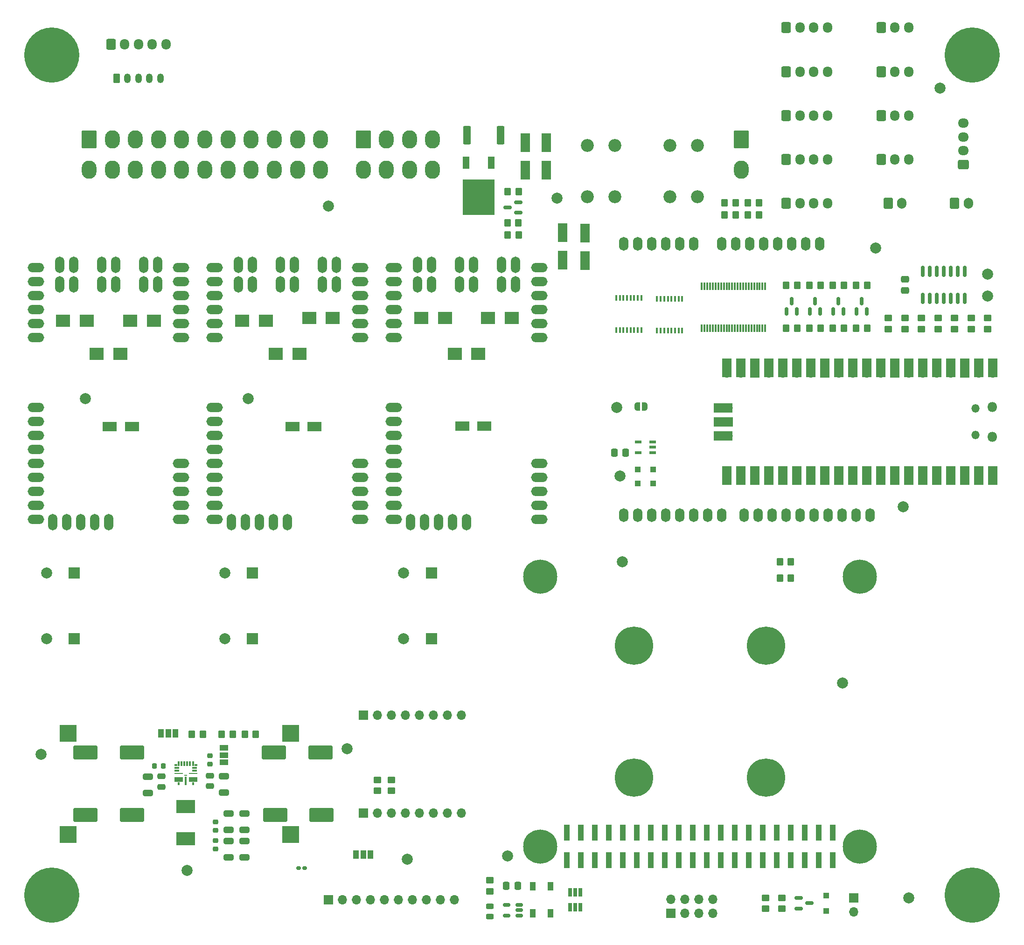
<source format=gbr>
%TF.GenerationSoftware,KiCad,Pcbnew,(6.0.1)*%
%TF.CreationDate,2022-04-07T02:12:59+02:00*%
%TF.ProjectId,OpenMowerMainboard,4f70656e-4d6f-4776-9572-4d61696e626f,rev?*%
%TF.SameCoordinates,Original*%
%TF.FileFunction,Soldermask,Top*%
%TF.FilePolarity,Negative*%
%FSLAX46Y46*%
G04 Gerber Fmt 4.6, Leading zero omitted, Abs format (unit mm)*
G04 Created by KiCad (PCBNEW (6.0.1)) date 2022-04-07 02:12:59*
%MOMM*%
%LPD*%
G01*
G04 APERTURE LIST*
G04 Aperture macros list*
%AMRoundRect*
0 Rectangle with rounded corners*
0 $1 Rounding radius*
0 $2 $3 $4 $5 $6 $7 $8 $9 X,Y pos of 4 corners*
0 Add a 4 corners polygon primitive as box body*
4,1,4,$2,$3,$4,$5,$6,$7,$8,$9,$2,$3,0*
0 Add four circle primitives for the rounded corners*
1,1,$1+$1,$2,$3*
1,1,$1+$1,$4,$5*
1,1,$1+$1,$6,$7*
1,1,$1+$1,$8,$9*
0 Add four rect primitives between the rounded corners*
20,1,$1+$1,$2,$3,$4,$5,0*
20,1,$1+$1,$4,$5,$6,$7,0*
20,1,$1+$1,$6,$7,$8,$9,0*
20,1,$1+$1,$8,$9,$2,$3,0*%
%AMFreePoly0*
4,1,22,0.500000,-0.750000,0.000000,-0.750000,0.000000,-0.745033,-0.079941,-0.743568,-0.215256,-0.701293,-0.333266,-0.622738,-0.424486,-0.514219,-0.481581,-0.384460,-0.499164,-0.250000,-0.500000,-0.250000,-0.500000,0.250000,-0.499164,0.250000,-0.499963,0.256109,-0.478152,0.396186,-0.417904,0.524511,-0.324060,0.630769,-0.204165,0.706417,-0.067858,0.745374,0.000000,0.744959,0.000000,0.750000,
0.500000,0.750000,0.500000,-0.750000,0.500000,-0.750000,$1*%
%AMFreePoly1*
4,1,20,0.000000,0.744959,0.073905,0.744508,0.209726,0.703889,0.328688,0.626782,0.421226,0.519385,0.479903,0.390333,0.500000,0.250000,0.500000,-0.250000,0.499851,-0.262216,0.476331,-0.402017,0.414519,-0.529596,0.319384,-0.634700,0.198574,-0.708877,0.061801,-0.746166,0.000000,-0.745033,0.000000,-0.750000,-0.500000,-0.750000,-0.500000,0.750000,0.000000,0.750000,0.000000,0.744959,
0.000000,0.744959,$1*%
G04 Aperture macros list end*
%ADD10RoundRect,0.250001X-1.099999X-1.399999X1.099999X-1.399999X1.099999X1.399999X-1.099999X1.399999X0*%
%ADD11O,2.700000X3.300000*%
%ADD12RoundRect,0.250000X-0.600000X-0.725000X0.600000X-0.725000X0.600000X0.725000X-0.600000X0.725000X0*%
%ADD13O,1.700000X1.950000*%
%ADD14RoundRect,0.249999X-0.350001X-0.625001X0.350001X-0.625001X0.350001X0.625001X-0.350001X0.625001X0*%
%ADD15O,1.200000X1.750000*%
%ADD16C,10.000000*%
%ADD17R,1.800000X3.500000*%
%ADD18C,2.000000*%
%ADD19O,3.000000X1.700000*%
%ADD20O,1.700000X3.000000*%
%ADD21R,0.400000X1.000000*%
%ADD22RoundRect,0.250000X-0.450000X0.350000X-0.450000X-0.350000X0.450000X-0.350000X0.450000X0.350000X0*%
%ADD23RoundRect,0.225000X-0.250000X0.225000X-0.250000X-0.225000X0.250000X-0.225000X0.250000X0.225000X0*%
%ADD24RoundRect,0.150000X-0.587500X-0.150000X0.587500X-0.150000X0.587500X0.150000X-0.587500X0.150000X0*%
%ADD25RoundRect,0.250000X0.350000X0.450000X-0.350000X0.450000X-0.350000X-0.450000X0.350000X-0.450000X0*%
%ADD26RoundRect,0.250000X-0.350000X-0.450000X0.350000X-0.450000X0.350000X0.450000X-0.350000X0.450000X0*%
%ADD27RoundRect,0.250000X-0.337500X-0.475000X0.337500X-0.475000X0.337500X0.475000X-0.337500X0.475000X0*%
%ADD28R,2.000000X2.000000*%
%ADD29RoundRect,0.243750X-0.456250X0.243750X-0.456250X-0.243750X0.456250X-0.243750X0.456250X0.243750X0*%
%ADD30C,6.950000*%
%ADD31RoundRect,0.150000X0.512500X0.150000X-0.512500X0.150000X-0.512500X-0.150000X0.512500X-0.150000X0*%
%ADD32RoundRect,0.250000X1.950000X1.000000X-1.950000X1.000000X-1.950000X-1.000000X1.950000X-1.000000X0*%
%ADD33C,2.350000*%
%ADD34RoundRect,0.250000X-1.950000X-1.000000X1.950000X-1.000000X1.950000X1.000000X-1.950000X1.000000X0*%
%ADD35RoundRect,0.250000X0.450000X-0.350000X0.450000X0.350000X-0.450000X0.350000X-0.450000X-0.350000X0*%
%ADD36R,1.000000X1.500000*%
%ADD37R,1.100000X1.100000*%
%ADD38R,1.700000X1.700000*%
%ADD39O,1.700000X1.700000*%
%ADD40RoundRect,0.225000X0.250000X-0.225000X0.250000X0.225000X-0.250000X0.225000X-0.250000X-0.225000X0*%
%ADD41RoundRect,0.250000X0.650000X-0.325000X0.650000X0.325000X-0.650000X0.325000X-0.650000X-0.325000X0*%
%ADD42R,2.500000X2.300000*%
%ADD43R,3.429000X2.413000*%
%ADD44R,2.500000X1.800000*%
%ADD45RoundRect,0.250000X-0.475000X0.337500X-0.475000X-0.337500X0.475000X-0.337500X0.475000X0.337500X0*%
%ADD46RoundRect,0.150000X0.150000X-0.587500X0.150000X0.587500X-0.150000X0.587500X-0.150000X-0.587500X0*%
%ADD47R,3.048000X3.048000*%
%ADD48C,6.200000*%
%ADD49R,1.000000X3.000000*%
%ADD50FreePoly0,180.000000*%
%ADD51FreePoly1,180.000000*%
%ADD52RoundRect,0.250000X-0.650000X0.325000X-0.650000X-0.325000X0.650000X-0.325000X0.650000X0.325000X0*%
%ADD53R,0.650000X1.560000*%
%ADD54RoundRect,0.250000X-0.600000X-0.750000X0.600000X-0.750000X0.600000X0.750000X-0.600000X0.750000X0*%
%ADD55O,1.700000X2.000000*%
%ADD56R,1.500000X1.000000*%
%ADD57R,0.300000X1.425000*%
%ADD58R,1.150000X0.600000*%
%ADD59RoundRect,0.225000X0.225000X0.250000X-0.225000X0.250000X-0.225000X-0.250000X0.225000X-0.250000X0*%
%ADD60RoundRect,0.250000X0.725000X-0.600000X0.725000X0.600000X-0.725000X0.600000X-0.725000X-0.600000X0*%
%ADD61O,1.950000X1.700000*%
%ADD62RoundRect,0.250000X-0.475000X0.250000X-0.475000X-0.250000X0.475000X-0.250000X0.475000X0.250000X0*%
%ADD63R,1.200000X2.200000*%
%ADD64R,5.800000X6.400000*%
%ADD65O,1.500000X1.500000*%
%ADD66O,1.800000X1.800000*%
%ADD67R,1.700000X3.500000*%
%ADD68R,3.500000X1.700000*%
%ADD69RoundRect,0.160000X0.222500X0.160000X-0.222500X0.160000X-0.222500X-0.160000X0.222500X-0.160000X0*%
%ADD70RoundRect,0.250000X0.337500X0.475000X-0.337500X0.475000X-0.337500X-0.475000X0.337500X-0.475000X0*%
%ADD71R,0.875000X0.300000*%
%ADD72R,1.525000X0.250000*%
%ADD73R,1.525000X0.950000*%
%ADD74R,0.450000X0.600000*%
%ADD75R,0.300000X1.650000*%
%ADD76R,0.450000X0.875000*%
%ADD77R,0.300000X0.875000*%
%ADD78R,0.500000X0.350000*%
%ADD79R,0.600000X0.250000*%
%ADD80RoundRect,0.249999X0.450001X1.425001X-0.450001X1.425001X-0.450001X-1.425001X0.450001X-1.425001X0*%
%ADD81RoundRect,0.150000X0.150000X-0.825000X0.150000X0.825000X-0.150000X0.825000X-0.150000X-0.825000X0*%
%ADD82O,1.727200X2.500000*%
%ADD83RoundRect,0.150000X0.587500X0.150000X-0.587500X0.150000X-0.587500X-0.150000X0.587500X-0.150000X0*%
G04 APERTURE END LIST*
D10*
X33250000Y-45250000D03*
D11*
X37450000Y-45250000D03*
X41650000Y-45250000D03*
X45850000Y-45250000D03*
X50050000Y-45250000D03*
X54250000Y-45250000D03*
X58450000Y-45250000D03*
X62650000Y-45250000D03*
X66850000Y-45250000D03*
X71050000Y-45250000D03*
X75250000Y-45250000D03*
X33250000Y-50750000D03*
X37450000Y-50750000D03*
X41650000Y-50750000D03*
X45850000Y-50750000D03*
X50050000Y-50750000D03*
X54250000Y-50750000D03*
X58450000Y-50750000D03*
X62650000Y-50750000D03*
X66850000Y-50750000D03*
X71050000Y-50750000D03*
X75250000Y-50750000D03*
D10*
X83000000Y-45250000D03*
D11*
X87200000Y-45250000D03*
X91400000Y-45250000D03*
X95600000Y-45250000D03*
X83000000Y-50750000D03*
X87200000Y-50750000D03*
X91400000Y-50750000D03*
X95600000Y-50750000D03*
D10*
X151600000Y-45250000D03*
D11*
X151600000Y-50750000D03*
D12*
X177000000Y-40935000D03*
D13*
X179500000Y-40935000D03*
X182000000Y-40935000D03*
D12*
X177000000Y-48902500D03*
D13*
X179500000Y-48902500D03*
X182000000Y-48902500D03*
D12*
X159750000Y-25000000D03*
D13*
X162250000Y-25000000D03*
X164750000Y-25000000D03*
X167250000Y-25000000D03*
D12*
X159750000Y-32967500D03*
D13*
X162250000Y-32967500D03*
X164750000Y-32967500D03*
X167250000Y-32967500D03*
D12*
X159750000Y-40935000D03*
D13*
X162250000Y-40935000D03*
X164750000Y-40935000D03*
X167250000Y-40935000D03*
D12*
X159750000Y-48902500D03*
D13*
X162250000Y-48902500D03*
X164750000Y-48902500D03*
X167250000Y-48902500D03*
D12*
X159750000Y-56870000D03*
D13*
X162250000Y-56870000D03*
X164750000Y-56870000D03*
X167250000Y-56870000D03*
D12*
X177000000Y-32967500D03*
D13*
X179500000Y-32967500D03*
X182000000Y-32967500D03*
D14*
X38200000Y-34200000D03*
D15*
X40200000Y-34200000D03*
X42200000Y-34200000D03*
X44200000Y-34200000D03*
X46200000Y-34200000D03*
D12*
X177000000Y-25000000D03*
D13*
X179500000Y-25000000D03*
X182000000Y-25000000D03*
D16*
X26500000Y-30000000D03*
X26500000Y-182500000D03*
X193500000Y-30000000D03*
X193500000Y-182500000D03*
D17*
X123250000Y-67300000D03*
X123250000Y-62300000D03*
D18*
X118200000Y-55950000D03*
D19*
X56060000Y-111775000D03*
X56060000Y-109235000D03*
X56060000Y-104155000D03*
X56060000Y-101615000D03*
X56060000Y-99075000D03*
X56060000Y-76215000D03*
X82460000Y-73675000D03*
X82460000Y-76215000D03*
X56060000Y-106695000D03*
X56060000Y-73675000D03*
X56060000Y-96535000D03*
D20*
X59100000Y-114815000D03*
X61640000Y-114815000D03*
X66720000Y-114815000D03*
X69260000Y-114815000D03*
D19*
X82460000Y-114315000D03*
X82460000Y-111775000D03*
X82460000Y-109235000D03*
X82460000Y-106695000D03*
X82460000Y-68595000D03*
D20*
X64180000Y-114815000D03*
D19*
X82460000Y-71135000D03*
X56060000Y-93995000D03*
X56060000Y-114315000D03*
X82460000Y-104155000D03*
X56060000Y-68595000D03*
X56060000Y-71135000D03*
D20*
X75610000Y-71635000D03*
X78150000Y-71635000D03*
X78150000Y-68095000D03*
X75610000Y-68095000D03*
X70530000Y-68095000D03*
X67990000Y-71635000D03*
X70530000Y-71635000D03*
X67990000Y-68095000D03*
D19*
X56060000Y-78755000D03*
X56060000Y-81295000D03*
X82460000Y-81295000D03*
X82460000Y-78755000D03*
D20*
X60370000Y-68095000D03*
X62910000Y-71635000D03*
X62910000Y-68095000D03*
X60370000Y-71635000D03*
D21*
X128925000Y-79900000D03*
X129575000Y-79900000D03*
X130225000Y-79900000D03*
X130875000Y-79900000D03*
X131525000Y-79900000D03*
X132175000Y-79900000D03*
X132825000Y-79900000D03*
X133475000Y-79900000D03*
X133475000Y-74100000D03*
X132825000Y-74100000D03*
X132175000Y-74100000D03*
X131525000Y-74100000D03*
X130875000Y-74100000D03*
X130225000Y-74100000D03*
X129575000Y-74100000D03*
X128925000Y-74100000D03*
D22*
X159000000Y-183000000D03*
X159000000Y-185000000D03*
D23*
X56200000Y-172625000D03*
X56200000Y-174175000D03*
D24*
X162062500Y-183050000D03*
X162062500Y-184950000D03*
X163937500Y-184000000D03*
D25*
X154800000Y-56800000D03*
X152800000Y-56800000D03*
D26*
X109220000Y-62650000D03*
X111220000Y-62650000D03*
D18*
X130000000Y-122000000D03*
D27*
X108962500Y-180800000D03*
X111037500Y-180800000D03*
D28*
X62849646Y-124000000D03*
D18*
X57849646Y-124000000D03*
D29*
X106000000Y-184522500D03*
X106000000Y-186397500D03*
D30*
X132100000Y-161200000D03*
D31*
X111307500Y-186220000D03*
X111307500Y-185270000D03*
X111307500Y-184320000D03*
X109032500Y-184320000D03*
X109032500Y-186220000D03*
D32*
X41000000Y-168000000D03*
X32600000Y-168000000D03*
D33*
X128675000Y-55700000D03*
X123675000Y-55700000D03*
X143675000Y-55700000D03*
X138675000Y-55700000D03*
D25*
X150600000Y-56800000D03*
X148600000Y-56800000D03*
D34*
X67000000Y-168000000D03*
X75400000Y-168000000D03*
D35*
X196320000Y-79720000D03*
X196320000Y-77720000D03*
D36*
X84300000Y-175200000D03*
X83000000Y-175200000D03*
X81700000Y-175200000D03*
D25*
X154800000Y-59000000D03*
X152800000Y-59000000D03*
D22*
X88090000Y-161600000D03*
X88090000Y-163600000D03*
D37*
X132800000Y-107800000D03*
X135600000Y-107800000D03*
D28*
X30517323Y-136000000D03*
D18*
X25517323Y-136000000D03*
D19*
X23560000Y-111775000D03*
X23560000Y-109235000D03*
X23560000Y-104155000D03*
X23560000Y-101615000D03*
X23560000Y-99075000D03*
X23560000Y-76215000D03*
X49960000Y-73675000D03*
X23560000Y-106695000D03*
X23560000Y-73675000D03*
X49960000Y-76215000D03*
X23560000Y-96535000D03*
D20*
X26600000Y-114815000D03*
X29140000Y-114815000D03*
X34220000Y-114815000D03*
X36760000Y-114815000D03*
D19*
X49960000Y-114315000D03*
X49960000Y-111775000D03*
X49960000Y-109235000D03*
X49960000Y-106695000D03*
D20*
X31680000Y-114815000D03*
D19*
X23560000Y-71135000D03*
X23560000Y-114315000D03*
X49960000Y-71135000D03*
X49960000Y-68595000D03*
X23560000Y-93995000D03*
X49960000Y-104155000D03*
X23560000Y-68595000D03*
D20*
X45650000Y-68095000D03*
X43110000Y-71635000D03*
X45650000Y-71635000D03*
X43110000Y-68095000D03*
X38030000Y-71635000D03*
X35490000Y-71635000D03*
X35490000Y-68095000D03*
X38030000Y-68095000D03*
D19*
X23560000Y-81295000D03*
X23560000Y-78755000D03*
X49960000Y-81295000D03*
X49960000Y-78755000D03*
D20*
X30410000Y-71635000D03*
X27870000Y-71635000D03*
X30410000Y-68095000D03*
X27870000Y-68095000D03*
D38*
X76650000Y-183350000D03*
D39*
X79190000Y-183350000D03*
X81730000Y-183350000D03*
X84270000Y-183350000D03*
X86810000Y-183350000D03*
X89350000Y-183350000D03*
X91890000Y-183350000D03*
X94430000Y-183350000D03*
X96970000Y-183350000D03*
X99510000Y-183350000D03*
D26*
X168216666Y-79600000D03*
X170216666Y-79600000D03*
D30*
X132100000Y-137200000D03*
D28*
X95349646Y-136000000D03*
D18*
X90349646Y-136000000D03*
X182000000Y-183000000D03*
D22*
X193320000Y-77720000D03*
X193320000Y-79720000D03*
D32*
X41000000Y-156600000D03*
X32600000Y-156600000D03*
D40*
X56200000Y-170775000D03*
X56200000Y-169225000D03*
D18*
X80100000Y-155950000D03*
D41*
X58600000Y-170675000D03*
X58600000Y-167725000D03*
D42*
X73175000Y-77750000D03*
X77475000Y-77750000D03*
D43*
X50800000Y-166479000D03*
X50800000Y-172321000D03*
D44*
X70150000Y-97400000D03*
X74150000Y-97400000D03*
D42*
X28545000Y-78250000D03*
X32845000Y-78250000D03*
D19*
X88560000Y-111775000D03*
X88560000Y-109235000D03*
X88560000Y-104155000D03*
X88560000Y-101615000D03*
X88560000Y-99075000D03*
X114960000Y-76215000D03*
X114960000Y-73675000D03*
X88560000Y-73675000D03*
X88560000Y-76215000D03*
X88560000Y-106695000D03*
X88560000Y-96535000D03*
D20*
X91600000Y-114815000D03*
X94140000Y-114815000D03*
X99220000Y-114815000D03*
X101760000Y-114815000D03*
D19*
X114960000Y-114315000D03*
X114960000Y-111775000D03*
X114960000Y-109235000D03*
X114960000Y-106695000D03*
X114960000Y-104155000D03*
X88560000Y-93995000D03*
X114960000Y-68595000D03*
D20*
X96680000Y-114815000D03*
D19*
X88560000Y-114315000D03*
X88560000Y-68595000D03*
X88560000Y-71135000D03*
X114960000Y-71135000D03*
D20*
X110650000Y-71635000D03*
X108110000Y-71635000D03*
X110650000Y-68095000D03*
X108110000Y-68095000D03*
X100490000Y-68095000D03*
X100490000Y-71635000D03*
X103030000Y-68095000D03*
X103030000Y-71635000D03*
D19*
X88560000Y-81295000D03*
X114960000Y-78755000D03*
X114960000Y-81295000D03*
X88560000Y-78755000D03*
D20*
X95410000Y-68095000D03*
X92870000Y-68095000D03*
X95410000Y-71635000D03*
X92870000Y-71635000D03*
D42*
X67100000Y-84250000D03*
X71400000Y-84250000D03*
D25*
X59300000Y-153300000D03*
X57300000Y-153300000D03*
D35*
X85550000Y-163600000D03*
X85550000Y-161600000D03*
D30*
X156100000Y-161200000D03*
D37*
X135600000Y-105200000D03*
X132800000Y-105200000D03*
D35*
X187320000Y-79720000D03*
X187320000Y-77720000D03*
D25*
X63500000Y-153300000D03*
X61500000Y-153300000D03*
D33*
X123675000Y-46350000D03*
X128675000Y-46350000D03*
X138675000Y-46350000D03*
X143675000Y-46350000D03*
D28*
X95349646Y-124000000D03*
D18*
X90349646Y-124000000D03*
D28*
X30517323Y-124000000D03*
D18*
X25517323Y-124000000D03*
D21*
X136325000Y-80000000D03*
X136975000Y-80000000D03*
X137625000Y-80000000D03*
X138275000Y-80000000D03*
X138925000Y-80000000D03*
X139575000Y-80000000D03*
X140225000Y-80000000D03*
X140875000Y-80000000D03*
X140875000Y-74200000D03*
X140225000Y-74200000D03*
X139575000Y-74200000D03*
X138925000Y-74200000D03*
X138275000Y-74200000D03*
X137625000Y-74200000D03*
X136975000Y-74200000D03*
X136325000Y-74200000D03*
D44*
X100950000Y-97350000D03*
X104950000Y-97350000D03*
D45*
X181320000Y-70682500D03*
X181320000Y-72757500D03*
D18*
X91000000Y-176000000D03*
X109200000Y-175400000D03*
D46*
X172499999Y-76537500D03*
X174399999Y-76537500D03*
X173449999Y-74662500D03*
D12*
X37200000Y-28000000D03*
D13*
X39700000Y-28000000D03*
X42200000Y-28000000D03*
X44700000Y-28000000D03*
X47200000Y-28000000D03*
D47*
X29450000Y-171524000D03*
X29450000Y-153124000D03*
X69850000Y-153124000D03*
X69850000Y-171524000D03*
D18*
X62100000Y-92400000D03*
D48*
X115100000Y-124700000D03*
D49*
X119970000Y-171180000D03*
X119970000Y-176220000D03*
X122510000Y-171180000D03*
X122510000Y-176220000D03*
X125050000Y-171180000D03*
X125050000Y-176220000D03*
X127590000Y-171180000D03*
X127590000Y-176220000D03*
X130130000Y-171180000D03*
X130130000Y-176220000D03*
X132670000Y-171180000D03*
X132670000Y-176220000D03*
X135210000Y-171180000D03*
X135210000Y-176220000D03*
X137750000Y-171180000D03*
X137750000Y-176220000D03*
X140290000Y-171180000D03*
X140290000Y-176220000D03*
X142830000Y-171180000D03*
X142830000Y-176220000D03*
X145370000Y-171180000D03*
X145370000Y-176220000D03*
X147910000Y-171180000D03*
X147910000Y-176220000D03*
X150450000Y-171180000D03*
X150450000Y-176220000D03*
X152990000Y-171180000D03*
X152990000Y-176220000D03*
X155530000Y-171180000D03*
X155530000Y-176220000D03*
X158070000Y-171180000D03*
X158070000Y-176220000D03*
X160610000Y-171180000D03*
X160610000Y-176220000D03*
X163150000Y-171180000D03*
X163150000Y-176220000D03*
X165690000Y-171180000D03*
X165690000Y-176220000D03*
X168230000Y-171180000D03*
X168230000Y-176220000D03*
D50*
X134050000Y-93800000D03*
D51*
X132750000Y-93800000D03*
D22*
X181320000Y-77720000D03*
X181320000Y-79720000D03*
D26*
X158600000Y-122030000D03*
X160600000Y-122030000D03*
X163983333Y-79600000D03*
X165983333Y-79600000D03*
X163983333Y-71800000D03*
X165983333Y-71800000D03*
D28*
X62849646Y-136000000D03*
D18*
X57849646Y-136000000D03*
D26*
X172449999Y-79600000D03*
X174449999Y-79600000D03*
D52*
X61400000Y-172725000D03*
X61400000Y-175675000D03*
D42*
X105675000Y-77750000D03*
X109975000Y-77750000D03*
D53*
X122430000Y-182060000D03*
X121480000Y-182060000D03*
X120530000Y-182060000D03*
X120530000Y-184760000D03*
X121480000Y-184760000D03*
X122430000Y-184760000D03*
D22*
X106000000Y-179840000D03*
X106000000Y-181840000D03*
D25*
X150600000Y-59000000D03*
X148600000Y-59000000D03*
D22*
X190320000Y-77720000D03*
X190320000Y-79720000D03*
D26*
X168216666Y-71800000D03*
X170216666Y-71800000D03*
D52*
X57700000Y-160925000D03*
X57700000Y-163875000D03*
D41*
X61400000Y-170675000D03*
X61400000Y-167725000D03*
D54*
X190320000Y-56870000D03*
D55*
X192820000Y-56870000D03*
D34*
X66800000Y-156600000D03*
X75200000Y-156600000D03*
D48*
X173100000Y-124700000D03*
D56*
X57700000Y-155800000D03*
X57700000Y-157100000D03*
X57700000Y-158400000D03*
D40*
X55200000Y-158775000D03*
X55200000Y-157225000D03*
D26*
X109170000Y-60450000D03*
X111170000Y-60450000D03*
D35*
X156000000Y-185000000D03*
X156000000Y-183000000D03*
D57*
X155950000Y-71988000D03*
X155450000Y-71988000D03*
X154950000Y-71988000D03*
X154450000Y-71988000D03*
X153950000Y-71988000D03*
X153450000Y-71988000D03*
X152950000Y-71988000D03*
X152450000Y-71988000D03*
X151950000Y-71988000D03*
X151450000Y-71988000D03*
X150950000Y-71988000D03*
X150450000Y-71988000D03*
X149950000Y-71988000D03*
X149450000Y-71988000D03*
X148950000Y-71988000D03*
X148450000Y-71988000D03*
X147950000Y-71988000D03*
X147450000Y-71988000D03*
X146950000Y-71988000D03*
X146450000Y-71988000D03*
X145950000Y-71988000D03*
X145450000Y-71988000D03*
X144950000Y-71988000D03*
X144450000Y-71988000D03*
X144450000Y-79612000D03*
X144950000Y-79612000D03*
X145450000Y-79612000D03*
X145950000Y-79612000D03*
X146450000Y-79612000D03*
X146950000Y-79612000D03*
X147450000Y-79612000D03*
X147950000Y-79612000D03*
X148450000Y-79612000D03*
X148950000Y-79612000D03*
X149450000Y-79612000D03*
X149950000Y-79612000D03*
X150450000Y-79612000D03*
X150950000Y-79612000D03*
X151450000Y-79612000D03*
X151950000Y-79612000D03*
X152450000Y-79612000D03*
X152950000Y-79612000D03*
X153450000Y-79612000D03*
X153950000Y-79612000D03*
X154450000Y-79612000D03*
X154950000Y-79612000D03*
X155450000Y-79612000D03*
X155950000Y-79612000D03*
D58*
X135500000Y-102150000D03*
X135500000Y-101200000D03*
X135500000Y-100250000D03*
X132900000Y-100250000D03*
X132900000Y-102150000D03*
D54*
X178250000Y-56870000D03*
D55*
X180750000Y-56870000D03*
D59*
X46675000Y-159100000D03*
X45125000Y-159100000D03*
D46*
X159800000Y-76537500D03*
X161700000Y-76537500D03*
X160750000Y-74662500D03*
D42*
X93545000Y-77750000D03*
X97845000Y-77750000D03*
D18*
X24550000Y-156950000D03*
D26*
X172449999Y-71800000D03*
X174449999Y-71800000D03*
D60*
X191870000Y-49852500D03*
D61*
X191870000Y-47352500D03*
X191870000Y-44852500D03*
X191870000Y-42352500D03*
D42*
X40675000Y-78250000D03*
X44975000Y-78250000D03*
D46*
X168266666Y-76537500D03*
X170166666Y-76537500D03*
X169216666Y-74662500D03*
D18*
X32550000Y-92400000D03*
D62*
X55200000Y-160850000D03*
X55200000Y-162750000D03*
D18*
X76650000Y-57400000D03*
D42*
X99600000Y-84250000D03*
X103900000Y-84250000D03*
D44*
X37000000Y-97400000D03*
X41000000Y-97400000D03*
D48*
X115100000Y-173700000D03*
D42*
X34600000Y-84250000D03*
X38900000Y-84250000D03*
D63*
X106230000Y-49480000D03*
D64*
X103950000Y-55780000D03*
D63*
X101670000Y-49480000D03*
D26*
X51900000Y-153300000D03*
X53900000Y-153300000D03*
D36*
X113785000Y-185805000D03*
X116985000Y-185805000D03*
X116985000Y-180905000D03*
X113785000Y-180905000D03*
D30*
X156100000Y-137200000D03*
D18*
X129600000Y-106400000D03*
D65*
X194115000Y-94140000D03*
D66*
X197145000Y-99290000D03*
D65*
X194115000Y-98990000D03*
D66*
X197145000Y-93840000D03*
D39*
X197275000Y-87675000D03*
D67*
X197275000Y-86775000D03*
X194735000Y-86775000D03*
D39*
X194735000Y-87675000D03*
D38*
X192195000Y-87675000D03*
D67*
X192195000Y-86775000D03*
X189655000Y-86775000D03*
D39*
X189655000Y-87675000D03*
D67*
X187115000Y-86775000D03*
D39*
X187115000Y-87675000D03*
D67*
X184575000Y-86775000D03*
D39*
X184575000Y-87675000D03*
X182035000Y-87675000D03*
D67*
X182035000Y-86775000D03*
D38*
X179495000Y-87675000D03*
D67*
X179495000Y-86775000D03*
X176955000Y-86775000D03*
D39*
X176955000Y-87675000D03*
X174415000Y-87675000D03*
D67*
X174415000Y-86775000D03*
D39*
X171875000Y-87675000D03*
D67*
X171875000Y-86775000D03*
X169335000Y-86775000D03*
D39*
X169335000Y-87675000D03*
D38*
X166795000Y-87675000D03*
D67*
X166795000Y-86775000D03*
X164255000Y-86775000D03*
D39*
X164255000Y-87675000D03*
X161715000Y-87675000D03*
D67*
X161715000Y-86775000D03*
X159175000Y-86775000D03*
D39*
X159175000Y-87675000D03*
D67*
X156635000Y-86775000D03*
D39*
X156635000Y-87675000D03*
D38*
X154095000Y-87675000D03*
D67*
X154095000Y-86775000D03*
D39*
X151555000Y-87675000D03*
D67*
X151555000Y-86775000D03*
D39*
X149015000Y-87675000D03*
D67*
X149015000Y-86775000D03*
D39*
X149015000Y-105455000D03*
D67*
X149015000Y-106355000D03*
D39*
X151555000Y-105455000D03*
D67*
X151555000Y-106355000D03*
X154095000Y-106355000D03*
D38*
X154095000Y-105455000D03*
D39*
X156635000Y-105455000D03*
D67*
X156635000Y-106355000D03*
X159175000Y-106355000D03*
D39*
X159175000Y-105455000D03*
D67*
X161715000Y-106355000D03*
D39*
X161715000Y-105455000D03*
D67*
X164255000Y-106355000D03*
D39*
X164255000Y-105455000D03*
D67*
X166795000Y-106355000D03*
D38*
X166795000Y-105455000D03*
D39*
X169335000Y-105455000D03*
D67*
X169335000Y-106355000D03*
X171875000Y-106355000D03*
D39*
X171875000Y-105455000D03*
D67*
X174415000Y-106355000D03*
D39*
X174415000Y-105455000D03*
D67*
X176955000Y-106355000D03*
D39*
X176955000Y-105455000D03*
D67*
X179495000Y-106355000D03*
D38*
X179495000Y-105455000D03*
D39*
X182035000Y-105455000D03*
D67*
X182035000Y-106355000D03*
X184575000Y-106355000D03*
D39*
X184575000Y-105455000D03*
X187115000Y-105455000D03*
D67*
X187115000Y-106355000D03*
D39*
X189655000Y-105455000D03*
D67*
X189655000Y-106355000D03*
D38*
X192195000Y-105455000D03*
D67*
X192195000Y-106355000D03*
X194735000Y-106355000D03*
D39*
X194735000Y-105455000D03*
X197275000Y-105455000D03*
D67*
X197275000Y-106355000D03*
D68*
X148345000Y-94025000D03*
D39*
X149245000Y-94025000D03*
D68*
X148345000Y-96565000D03*
D38*
X149245000Y-96565000D03*
D39*
X149245000Y-99105000D03*
D68*
X148345000Y-99105000D03*
D69*
X72372500Y-177600000D03*
X71227500Y-177600000D03*
D38*
X83000000Y-149870000D03*
D39*
X85540000Y-149870000D03*
X88080000Y-149870000D03*
X90620000Y-149870000D03*
X93160000Y-149870000D03*
X95700000Y-149870000D03*
X98240000Y-149870000D03*
X100780000Y-149870000D03*
D26*
X159750000Y-79600000D03*
X161750000Y-79600000D03*
D18*
X176000000Y-65000000D03*
D25*
X111230000Y-54750000D03*
X109230000Y-54750000D03*
D38*
X83000000Y-167650000D03*
D39*
X85540000Y-167650000D03*
X88080000Y-167650000D03*
X90620000Y-167650000D03*
X93160000Y-167650000D03*
X95700000Y-167650000D03*
X98240000Y-167650000D03*
X100780000Y-167650000D03*
D17*
X112400000Y-45900000D03*
X112400000Y-50900000D03*
D18*
X51000000Y-178000000D03*
D70*
X130637500Y-102200000D03*
X128562500Y-102200000D03*
D71*
X49188000Y-159450000D03*
X49188000Y-159950000D03*
D72*
X49513000Y-160450000D03*
D73*
X49513000Y-161500000D03*
D74*
X49475000Y-162275000D03*
D75*
X50800000Y-161750000D03*
D74*
X52125000Y-162275000D03*
D73*
X52087000Y-161500000D03*
D72*
X52087000Y-160450000D03*
D71*
X52412000Y-159950000D03*
X52412000Y-159450000D03*
D76*
X52125000Y-158663000D03*
D77*
X51550000Y-158663000D03*
X51050000Y-158663000D03*
X50550000Y-158663000D03*
X50050000Y-158663000D03*
D76*
X49475000Y-158663000D03*
D78*
X49000000Y-158925000D03*
D79*
X50800000Y-160800000D03*
D78*
X52600000Y-158925000D03*
D18*
X187650000Y-35950000D03*
D42*
X61045000Y-78250000D03*
X65345000Y-78250000D03*
D18*
X196320000Y-69720000D03*
D52*
X58600000Y-172725000D03*
X58600000Y-175675000D03*
D38*
X138800000Y-185800000D03*
D39*
X138800000Y-183260000D03*
X141340000Y-185800000D03*
X141340000Y-183260000D03*
X143880000Y-185800000D03*
X143880000Y-183260000D03*
X146420000Y-185800000D03*
X146420000Y-183260000D03*
D18*
X170000000Y-144000000D03*
D52*
X43900000Y-161025000D03*
X43900000Y-163975000D03*
D80*
X107950000Y-44500000D03*
X101850000Y-44500000D03*
D18*
X181000000Y-112000000D03*
D36*
X46300000Y-153157500D03*
X47600000Y-153157500D03*
X48900000Y-153157500D03*
D48*
X173100000Y-173700000D03*
D81*
X184510000Y-74195000D03*
X185780000Y-74195000D03*
X187050000Y-74195000D03*
X188320000Y-74195000D03*
X189590000Y-74195000D03*
X190860000Y-74195000D03*
X192130000Y-74195000D03*
X192130000Y-69245000D03*
X190860000Y-69245000D03*
X189590000Y-69245000D03*
X188320000Y-69245000D03*
X187050000Y-69245000D03*
X185780000Y-69245000D03*
X184510000Y-69245000D03*
D22*
X184320000Y-77720000D03*
X184320000Y-79720000D03*
D62*
X46400000Y-160950000D03*
X46400000Y-162850000D03*
D46*
X164033333Y-76537500D03*
X165933333Y-76537500D03*
X164983333Y-74662500D03*
D26*
X158600000Y-124980000D03*
X160600000Y-124980000D03*
X159750000Y-71800000D03*
X161750000Y-71800000D03*
D18*
X196320000Y-73720000D03*
D37*
X167000000Y-182600000D03*
X167000000Y-185400000D03*
D82*
X165860000Y-64240000D03*
X158240000Y-64240000D03*
X155700000Y-64240000D03*
X143000000Y-64240000D03*
X140460000Y-64240000D03*
X137920000Y-64240000D03*
X135380000Y-64240000D03*
X132840000Y-64240000D03*
X130300000Y-64240000D03*
X169924000Y-113500000D03*
X130300000Y-113500000D03*
X132840000Y-113500000D03*
X135380000Y-113500000D03*
X137920000Y-113500000D03*
X140460000Y-113500000D03*
X143000000Y-113500000D03*
X145540000Y-113500000D03*
X148080000Y-113500000D03*
X152144000Y-113500000D03*
X154684000Y-113500000D03*
X157224000Y-113500000D03*
X159764000Y-113500000D03*
X162304000Y-113500000D03*
X164844000Y-113500000D03*
X167384000Y-113500000D03*
X153160000Y-64240000D03*
X150620000Y-64240000D03*
X163320000Y-64240000D03*
X160780000Y-64240000D03*
X175004000Y-113500000D03*
X172464000Y-113500000D03*
X148080000Y-64240000D03*
D17*
X116200000Y-50900000D03*
X116200000Y-45900000D03*
X119200000Y-67250000D03*
X119200000Y-62250000D03*
D83*
X111097500Y-58600000D03*
X111097500Y-56700000D03*
X109222500Y-57650000D03*
D18*
X129000000Y-94000000D03*
D22*
X178320000Y-77720000D03*
X178320000Y-79720000D03*
D38*
X172000000Y-183000000D03*
D39*
X172000000Y-185540000D03*
M02*

</source>
